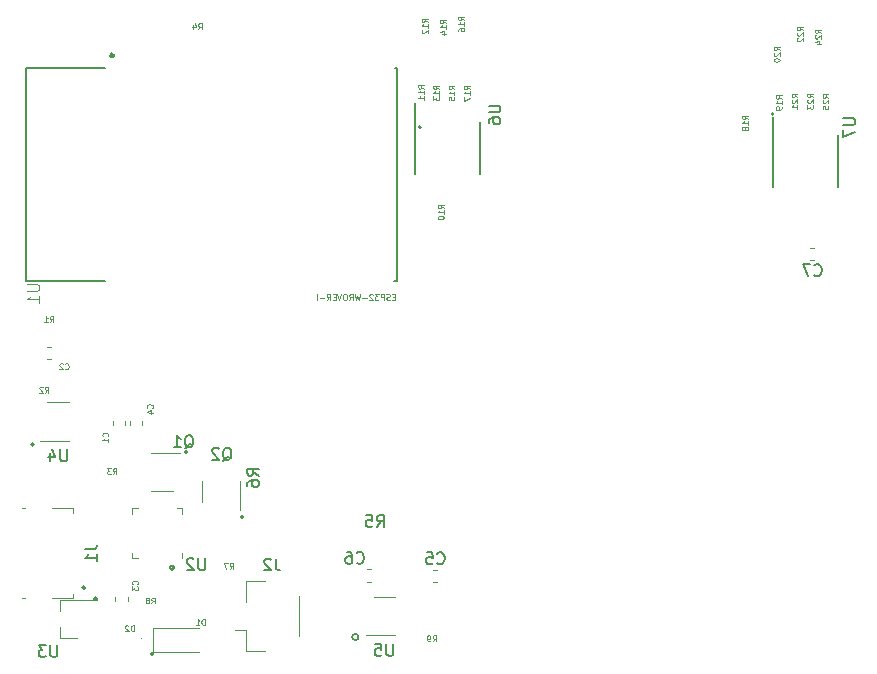
<source format=gbr>
G04 #@! TF.GenerationSoftware,KiCad,Pcbnew,(5.0.1)-4*
G04 #@! TF.CreationDate,2019-01-18T18:09:54-05:00*
G04 #@! TF.ProjectId,GSRT Badge,475352542042616467652E6B69636164,rev?*
G04 #@! TF.SameCoordinates,Original*
G04 #@! TF.FileFunction,Legend,Bot*
G04 #@! TF.FilePolarity,Positive*
%FSLAX46Y46*%
G04 Gerber Fmt 4.6, Leading zero omitted, Abs format (unit mm)*
G04 Created by KiCad (PCBNEW (5.0.1)-4) date 1/18/2019 6:09:54 PM*
%MOMM*%
%LPD*%
G01*
G04 APERTURE LIST*
%ADD10C,0.200000*%
%ADD11C,0.120000*%
%ADD12C,0.100000*%
%ADD13C,0.150000*%
%ADD14C,0.304800*%
%ADD15C,0.127000*%
%ADD16C,0.125000*%
%ADD17C,0.050000*%
G04 APERTURE END LIST*
D10*
X104385089Y-123074600D02*
G75*
G03X104385089Y-123074600I-98489J0D01*
G01*
X74531739Y-124199600D02*
G75*
G03X74531739Y-124199600I-90139J0D01*
G01*
X53498287Y-161508440D02*
G75*
G03X53498287Y-161508440I-36367J0D01*
G01*
X51915272Y-168783000D02*
G75*
G03X51915272Y-168783000I-137372J0D01*
G01*
X54775100Y-151714200D02*
G75*
G03X54775100Y-151714200I-127000J0D01*
G01*
X47123731Y-164134800D02*
G75*
G03X47123731Y-164134800I-159131J0D01*
G01*
X46130155Y-163182300D02*
G75*
G03X46130155Y-163182300I-130755J0D01*
G01*
X41799684Y-151066500D02*
G75*
G03X41799684Y-151066500I-143684J0D01*
G01*
X69268208Y-167360600D02*
G75*
G03X69268208Y-167360600I-269108J0D01*
G01*
X59533306Y-157187900D02*
G75*
G03X59533306Y-157187900I-148106J0D01*
G01*
X53652420Y-161493200D02*
G75*
G03X53652420Y-161493200I-190500J0D01*
G01*
D11*
G04 #@! TO.C,J2*
X64214700Y-167286400D02*
X64214700Y-163856400D01*
X59744700Y-162586400D02*
X59744700Y-164386400D01*
X61344700Y-162586400D02*
X59744700Y-162586400D01*
X59744700Y-166756400D02*
X58804700Y-166756400D01*
X59744700Y-168556400D02*
X59744700Y-166756400D01*
X61344700Y-168556400D02*
X59744700Y-168556400D01*
G04 #@! TO.C,C1*
X48496760Y-149393627D02*
X48496760Y-149051093D01*
X49516760Y-149393627D02*
X49516760Y-149051093D01*
G04 #@! TO.C,C2*
X42918533Y-143842200D02*
X43261067Y-143842200D01*
X42918533Y-142822200D02*
X43261067Y-142822200D01*
G04 #@! TO.C,C3*
X49699640Y-163981213D02*
X49699640Y-164323747D01*
X48679640Y-163981213D02*
X48679640Y-164323747D01*
G04 #@! TO.C,C4*
X50929000Y-149397567D02*
X50929000Y-149055033D01*
X49909000Y-149397567D02*
X49909000Y-149055033D01*
G04 #@! TO.C,C5*
X75928067Y-162689000D02*
X75585533Y-162689000D01*
X75928067Y-161669000D02*
X75585533Y-161669000D01*
G04 #@! TO.C,C6*
X70313367Y-161642300D02*
X69970833Y-161642300D01*
X70313367Y-162662300D02*
X69970833Y-162662300D01*
D12*
G04 #@! TO.C,D2*
X50949400Y-167462200D02*
G75*
G03X50949400Y-167462200I-50000J0D01*
G01*
D11*
G04 #@! TO.C,C7*
X107520333Y-135434600D02*
X107862867Y-135434600D01*
X107520333Y-134414600D02*
X107862867Y-134414600D01*
D13*
G04 #@! TO.C,U7*
X104341600Y-123299600D02*
X104341600Y-129274600D01*
X109866600Y-124874600D02*
X109866600Y-129274600D01*
G04 #@! TO.C,U6*
X79566600Y-123749600D02*
X79566600Y-128149600D01*
X74041600Y-122174600D02*
X74041600Y-128149600D01*
D14*
G04 #@! TO.C,U1*
X48493500Y-118119200D02*
G75*
G03X48493500Y-118119200I-111800J0D01*
G01*
D15*
X72331700Y-119219200D02*
X72481700Y-119219200D01*
X72481700Y-137219200D02*
X72281700Y-137219200D01*
X72481700Y-119219200D02*
X72481700Y-137219200D01*
X41081700Y-137219200D02*
X47831700Y-137219200D01*
X41081700Y-119219200D02*
X41081700Y-137219200D01*
X47831700Y-119219200D02*
X41081700Y-119219200D01*
D11*
G04 #@! TO.C,D1*
X51825600Y-168627300D02*
X55725600Y-168627300D01*
X51825600Y-166627300D02*
X55725600Y-166627300D01*
X51825600Y-168627300D02*
X51825600Y-166627300D01*
G04 #@! TO.C,J1*
X40732400Y-164071300D02*
X40992400Y-164071300D01*
X43272400Y-164071300D02*
X45042400Y-164071300D01*
X45042400Y-164071300D02*
X45042400Y-163691300D01*
X45042400Y-156451300D02*
X43272400Y-156451300D01*
X40992400Y-156451300D02*
X40732400Y-156451300D01*
X45042400Y-156451300D02*
X45042400Y-156831300D01*
G04 #@! TO.C,U2*
X54332400Y-160219900D02*
X54332400Y-160694900D01*
X50112400Y-156474900D02*
X50587400Y-156474900D01*
X50112400Y-156949900D02*
X50112400Y-156474900D01*
X50112400Y-160694900D02*
X50587400Y-160694900D01*
X50112400Y-160219900D02*
X50112400Y-160694900D01*
X54332400Y-156474900D02*
X53857400Y-156474900D01*
X54332400Y-156949900D02*
X54332400Y-156474900D01*
G04 #@! TO.C,Q1*
X51728800Y-151767900D02*
X54178800Y-151767900D01*
X53528800Y-154987900D02*
X51728800Y-154987900D01*
G04 #@! TO.C,Q2*
X59242600Y-154116200D02*
X59242600Y-156566200D01*
X56022600Y-155916200D02*
X56022600Y-154116200D01*
G04 #@! TO.C,U4*
X44723900Y-150723200D02*
X42273900Y-150723200D01*
X42923900Y-147503200D02*
X44723900Y-147503200D01*
G04 #@! TO.C,U5*
X72328600Y-167207800D02*
X69878600Y-167207800D01*
X70528600Y-163987800D02*
X72328600Y-163987800D01*
G04 #@! TO.C,U3*
X43968000Y-167426800D02*
X45428000Y-167426800D01*
X43968000Y-164266800D02*
X47128000Y-164266800D01*
X43968000Y-164266800D02*
X43968000Y-165196800D01*
X43968000Y-167426800D02*
X43968000Y-166496800D01*
G04 #@! TO.C,J2*
D13*
X62258533Y-160716980D02*
X62258533Y-161431266D01*
X62306152Y-161574123D01*
X62401390Y-161669361D01*
X62544247Y-161716980D01*
X62639485Y-161716980D01*
X61829961Y-160812219D02*
X61782342Y-160764600D01*
X61687104Y-160716980D01*
X61449009Y-160716980D01*
X61353771Y-160764600D01*
X61306152Y-160812219D01*
X61258533Y-160907457D01*
X61258533Y-161002695D01*
X61306152Y-161145552D01*
X61877580Y-161716980D01*
X61258533Y-161716980D01*
G04 #@! TO.C,R21*
D16*
X106422790Y-121673171D02*
X106184695Y-121506504D01*
X106422790Y-121387457D02*
X105922790Y-121387457D01*
X105922790Y-121577933D01*
X105946600Y-121625552D01*
X105970409Y-121649361D01*
X106018028Y-121673171D01*
X106089457Y-121673171D01*
X106137076Y-121649361D01*
X106160885Y-121625552D01*
X106184695Y-121577933D01*
X106184695Y-121387457D01*
X105970409Y-121863647D02*
X105946600Y-121887457D01*
X105922790Y-121935076D01*
X105922790Y-122054123D01*
X105946600Y-122101742D01*
X105970409Y-122125552D01*
X106018028Y-122149361D01*
X106065647Y-122149361D01*
X106137076Y-122125552D01*
X106422790Y-121839838D01*
X106422790Y-122149361D01*
X106422790Y-122625552D02*
X106422790Y-122339838D01*
X106422790Y-122482695D02*
X105922790Y-122482695D01*
X105994219Y-122435076D01*
X106041838Y-122387457D01*
X106065647Y-122339838D01*
G04 #@! TO.C,C1*
X48015171Y-150371266D02*
X48038980Y-150347457D01*
X48062790Y-150276028D01*
X48062790Y-150228409D01*
X48038980Y-150156980D01*
X47991361Y-150109361D01*
X47943742Y-150085552D01*
X47848504Y-150061742D01*
X47777076Y-150061742D01*
X47681838Y-150085552D01*
X47634219Y-150109361D01*
X47586600Y-150156980D01*
X47562790Y-150228409D01*
X47562790Y-150276028D01*
X47586600Y-150347457D01*
X47610409Y-150371266D01*
X48062790Y-150847457D02*
X48062790Y-150561742D01*
X48062790Y-150704600D02*
X47562790Y-150704600D01*
X47634219Y-150656980D01*
X47681838Y-150609361D01*
X47705647Y-150561742D01*
G04 #@! TO.C,C2*
X44409933Y-144653171D02*
X44433742Y-144676980D01*
X44505171Y-144700790D01*
X44552790Y-144700790D01*
X44624219Y-144676980D01*
X44671838Y-144629361D01*
X44695647Y-144581742D01*
X44719457Y-144486504D01*
X44719457Y-144415076D01*
X44695647Y-144319838D01*
X44671838Y-144272219D01*
X44624219Y-144224600D01*
X44552790Y-144200790D01*
X44505171Y-144200790D01*
X44433742Y-144224600D01*
X44409933Y-144248409D01*
X44219457Y-144248409D02*
X44195647Y-144224600D01*
X44148028Y-144200790D01*
X44028980Y-144200790D01*
X43981361Y-144224600D01*
X43957552Y-144248409D01*
X43933742Y-144296028D01*
X43933742Y-144343647D01*
X43957552Y-144415076D01*
X44243266Y-144700790D01*
X43933742Y-144700790D01*
G04 #@! TO.C,C3*
X50535171Y-162911266D02*
X50558980Y-162887457D01*
X50582790Y-162816028D01*
X50582790Y-162768409D01*
X50558980Y-162696980D01*
X50511361Y-162649361D01*
X50463742Y-162625552D01*
X50368504Y-162601742D01*
X50297076Y-162601742D01*
X50201838Y-162625552D01*
X50154219Y-162649361D01*
X50106600Y-162696980D01*
X50082790Y-162768409D01*
X50082790Y-162816028D01*
X50106600Y-162887457D01*
X50130409Y-162911266D01*
X50082790Y-163077933D02*
X50082790Y-163387457D01*
X50273266Y-163220790D01*
X50273266Y-163292219D01*
X50297076Y-163339838D01*
X50320885Y-163363647D01*
X50368504Y-163387457D01*
X50487552Y-163387457D01*
X50535171Y-163363647D01*
X50558980Y-163339838D01*
X50582790Y-163292219D01*
X50582790Y-163149361D01*
X50558980Y-163101742D01*
X50535171Y-163077933D01*
G04 #@! TO.C,C4*
X51795171Y-147961266D02*
X51818980Y-147937457D01*
X51842790Y-147866028D01*
X51842790Y-147818409D01*
X51818980Y-147746980D01*
X51771361Y-147699361D01*
X51723742Y-147675552D01*
X51628504Y-147651742D01*
X51557076Y-147651742D01*
X51461838Y-147675552D01*
X51414219Y-147699361D01*
X51366600Y-147746980D01*
X51342790Y-147818409D01*
X51342790Y-147866028D01*
X51366600Y-147937457D01*
X51390409Y-147961266D01*
X51509457Y-148389838D02*
X51842790Y-148389838D01*
X51318980Y-148270790D02*
X51676123Y-148151742D01*
X51676123Y-148461266D01*
G04 #@! TO.C,C5*
D13*
X75923466Y-161106142D02*
X75971085Y-161153761D01*
X76113942Y-161201380D01*
X76209180Y-161201380D01*
X76352038Y-161153761D01*
X76447276Y-161058523D01*
X76494895Y-160963285D01*
X76542514Y-160772809D01*
X76542514Y-160629952D01*
X76494895Y-160439476D01*
X76447276Y-160344238D01*
X76352038Y-160249000D01*
X76209180Y-160201380D01*
X76113942Y-160201380D01*
X75971085Y-160249000D01*
X75923466Y-160296619D01*
X75018704Y-160201380D02*
X75494895Y-160201380D01*
X75542514Y-160677571D01*
X75494895Y-160629952D01*
X75399657Y-160582333D01*
X75161561Y-160582333D01*
X75066323Y-160629952D01*
X75018704Y-160677571D01*
X74971085Y-160772809D01*
X74971085Y-161010904D01*
X75018704Y-161106142D01*
X75066323Y-161153761D01*
X75161561Y-161201380D01*
X75399657Y-161201380D01*
X75494895Y-161153761D01*
X75542514Y-161106142D01*
G04 #@! TO.C,C6*
X69103266Y-161061742D02*
X69150885Y-161109361D01*
X69293742Y-161156980D01*
X69388980Y-161156980D01*
X69531838Y-161109361D01*
X69627076Y-161014123D01*
X69674695Y-160918885D01*
X69722314Y-160728409D01*
X69722314Y-160585552D01*
X69674695Y-160395076D01*
X69627076Y-160299838D01*
X69531838Y-160204600D01*
X69388980Y-160156980D01*
X69293742Y-160156980D01*
X69150885Y-160204600D01*
X69103266Y-160252219D01*
X68246123Y-160156980D02*
X68436600Y-160156980D01*
X68531838Y-160204600D01*
X68579457Y-160252219D01*
X68674695Y-160395076D01*
X68722314Y-160585552D01*
X68722314Y-160966504D01*
X68674695Y-161061742D01*
X68627076Y-161109361D01*
X68531838Y-161156980D01*
X68341361Y-161156980D01*
X68246123Y-161109361D01*
X68198504Y-161061742D01*
X68150885Y-160966504D01*
X68150885Y-160728409D01*
X68198504Y-160633171D01*
X68246123Y-160585552D01*
X68341361Y-160537933D01*
X68531838Y-160537933D01*
X68627076Y-160585552D01*
X68674695Y-160633171D01*
X68722314Y-160728409D01*
G04 #@! TO.C,D2*
D16*
X50245647Y-166870790D02*
X50245647Y-166370790D01*
X50126600Y-166370790D01*
X50055171Y-166394600D01*
X50007552Y-166442219D01*
X49983742Y-166489838D01*
X49959933Y-166585076D01*
X49959933Y-166656504D01*
X49983742Y-166751742D01*
X50007552Y-166799361D01*
X50055171Y-166846980D01*
X50126600Y-166870790D01*
X50245647Y-166870790D01*
X49769457Y-166418409D02*
X49745647Y-166394600D01*
X49698028Y-166370790D01*
X49578980Y-166370790D01*
X49531361Y-166394600D01*
X49507552Y-166418409D01*
X49483742Y-166466028D01*
X49483742Y-166513647D01*
X49507552Y-166585076D01*
X49793266Y-166870790D01*
X49483742Y-166870790D01*
G04 #@! TO.C,R15*
X77382790Y-120983171D02*
X77144695Y-120816504D01*
X77382790Y-120697457D02*
X76882790Y-120697457D01*
X76882790Y-120887933D01*
X76906600Y-120935552D01*
X76930409Y-120959361D01*
X76978028Y-120983171D01*
X77049457Y-120983171D01*
X77097076Y-120959361D01*
X77120885Y-120935552D01*
X77144695Y-120887933D01*
X77144695Y-120697457D01*
X77382790Y-121459361D02*
X77382790Y-121173647D01*
X77382790Y-121316504D02*
X76882790Y-121316504D01*
X76954219Y-121268885D01*
X77001838Y-121221266D01*
X77025647Y-121173647D01*
X76882790Y-121911742D02*
X76882790Y-121673647D01*
X77120885Y-121649838D01*
X77097076Y-121673647D01*
X77073266Y-121721266D01*
X77073266Y-121840314D01*
X77097076Y-121887933D01*
X77120885Y-121911742D01*
X77168504Y-121935552D01*
X77287552Y-121935552D01*
X77335171Y-121911742D01*
X77358980Y-121887933D01*
X77382790Y-121840314D01*
X77382790Y-121721266D01*
X77358980Y-121673647D01*
X77335171Y-121649838D01*
G04 #@! TO.C,R17*
X78692790Y-120973171D02*
X78454695Y-120806504D01*
X78692790Y-120687457D02*
X78192790Y-120687457D01*
X78192790Y-120877933D01*
X78216600Y-120925552D01*
X78240409Y-120949361D01*
X78288028Y-120973171D01*
X78359457Y-120973171D01*
X78407076Y-120949361D01*
X78430885Y-120925552D01*
X78454695Y-120877933D01*
X78454695Y-120687457D01*
X78692790Y-121449361D02*
X78692790Y-121163647D01*
X78692790Y-121306504D02*
X78192790Y-121306504D01*
X78264219Y-121258885D01*
X78311838Y-121211266D01*
X78335647Y-121163647D01*
X78192790Y-121616028D02*
X78192790Y-121949361D01*
X78692790Y-121735076D01*
G04 #@! TO.C,R18*
X102242790Y-123493171D02*
X102004695Y-123326504D01*
X102242790Y-123207457D02*
X101742790Y-123207457D01*
X101742790Y-123397933D01*
X101766600Y-123445552D01*
X101790409Y-123469361D01*
X101838028Y-123493171D01*
X101909457Y-123493171D01*
X101957076Y-123469361D01*
X101980885Y-123445552D01*
X102004695Y-123397933D01*
X102004695Y-123207457D01*
X102242790Y-123969361D02*
X102242790Y-123683647D01*
X102242790Y-123826504D02*
X101742790Y-123826504D01*
X101814219Y-123778885D01*
X101861838Y-123731266D01*
X101885647Y-123683647D01*
X101957076Y-124255076D02*
X101933266Y-124207457D01*
X101909457Y-124183647D01*
X101861838Y-124159838D01*
X101838028Y-124159838D01*
X101790409Y-124183647D01*
X101766600Y-124207457D01*
X101742790Y-124255076D01*
X101742790Y-124350314D01*
X101766600Y-124397933D01*
X101790409Y-124421742D01*
X101838028Y-124445552D01*
X101861838Y-124445552D01*
X101909457Y-124421742D01*
X101933266Y-124397933D01*
X101957076Y-124350314D01*
X101957076Y-124255076D01*
X101980885Y-124207457D01*
X102004695Y-124183647D01*
X102052314Y-124159838D01*
X102147552Y-124159838D01*
X102195171Y-124183647D01*
X102218980Y-124207457D01*
X102242790Y-124255076D01*
X102242790Y-124350314D01*
X102218980Y-124397933D01*
X102195171Y-124421742D01*
X102147552Y-124445552D01*
X102052314Y-124445552D01*
X102004695Y-124421742D01*
X101980885Y-124397933D01*
X101957076Y-124350314D01*
G04 #@! TO.C,R19*
X105082790Y-121773171D02*
X104844695Y-121606504D01*
X105082790Y-121487457D02*
X104582790Y-121487457D01*
X104582790Y-121677933D01*
X104606600Y-121725552D01*
X104630409Y-121749361D01*
X104678028Y-121773171D01*
X104749457Y-121773171D01*
X104797076Y-121749361D01*
X104820885Y-121725552D01*
X104844695Y-121677933D01*
X104844695Y-121487457D01*
X105082790Y-122249361D02*
X105082790Y-121963647D01*
X105082790Y-122106504D02*
X104582790Y-122106504D01*
X104654219Y-122058885D01*
X104701838Y-122011266D01*
X104725647Y-121963647D01*
X105082790Y-122487457D02*
X105082790Y-122582695D01*
X105058980Y-122630314D01*
X105035171Y-122654123D01*
X104963742Y-122701742D01*
X104868504Y-122725552D01*
X104678028Y-122725552D01*
X104630409Y-122701742D01*
X104606600Y-122677933D01*
X104582790Y-122630314D01*
X104582790Y-122535076D01*
X104606600Y-122487457D01*
X104630409Y-122463647D01*
X104678028Y-122439838D01*
X104797076Y-122439838D01*
X104844695Y-122463647D01*
X104868504Y-122487457D01*
X104892314Y-122535076D01*
X104892314Y-122630314D01*
X104868504Y-122677933D01*
X104844695Y-122701742D01*
X104797076Y-122725552D01*
G04 #@! TO.C,R20*
X104902790Y-117693171D02*
X104664695Y-117526504D01*
X104902790Y-117407457D02*
X104402790Y-117407457D01*
X104402790Y-117597933D01*
X104426600Y-117645552D01*
X104450409Y-117669361D01*
X104498028Y-117693171D01*
X104569457Y-117693171D01*
X104617076Y-117669361D01*
X104640885Y-117645552D01*
X104664695Y-117597933D01*
X104664695Y-117407457D01*
X104450409Y-117883647D02*
X104426600Y-117907457D01*
X104402790Y-117955076D01*
X104402790Y-118074123D01*
X104426600Y-118121742D01*
X104450409Y-118145552D01*
X104498028Y-118169361D01*
X104545647Y-118169361D01*
X104617076Y-118145552D01*
X104902790Y-117859838D01*
X104902790Y-118169361D01*
X104402790Y-118478885D02*
X104402790Y-118526504D01*
X104426600Y-118574123D01*
X104450409Y-118597933D01*
X104498028Y-118621742D01*
X104593266Y-118645552D01*
X104712314Y-118645552D01*
X104807552Y-118621742D01*
X104855171Y-118597933D01*
X104878980Y-118574123D01*
X104902790Y-118526504D01*
X104902790Y-118478885D01*
X104878980Y-118431266D01*
X104855171Y-118407457D01*
X104807552Y-118383647D01*
X104712314Y-118359838D01*
X104593266Y-118359838D01*
X104498028Y-118383647D01*
X104450409Y-118407457D01*
X104426600Y-118431266D01*
X104402790Y-118478885D01*
G04 #@! TO.C,R22*
X106892790Y-115973171D02*
X106654695Y-115806504D01*
X106892790Y-115687457D02*
X106392790Y-115687457D01*
X106392790Y-115877933D01*
X106416600Y-115925552D01*
X106440409Y-115949361D01*
X106488028Y-115973171D01*
X106559457Y-115973171D01*
X106607076Y-115949361D01*
X106630885Y-115925552D01*
X106654695Y-115877933D01*
X106654695Y-115687457D01*
X106440409Y-116163647D02*
X106416600Y-116187457D01*
X106392790Y-116235076D01*
X106392790Y-116354123D01*
X106416600Y-116401742D01*
X106440409Y-116425552D01*
X106488028Y-116449361D01*
X106535647Y-116449361D01*
X106607076Y-116425552D01*
X106892790Y-116139838D01*
X106892790Y-116449361D01*
X106440409Y-116639838D02*
X106416600Y-116663647D01*
X106392790Y-116711266D01*
X106392790Y-116830314D01*
X106416600Y-116877933D01*
X106440409Y-116901742D01*
X106488028Y-116925552D01*
X106535647Y-116925552D01*
X106607076Y-116901742D01*
X106892790Y-116616028D01*
X106892790Y-116925552D01*
G04 #@! TO.C,R13*
X76092790Y-120953171D02*
X75854695Y-120786504D01*
X76092790Y-120667457D02*
X75592790Y-120667457D01*
X75592790Y-120857933D01*
X75616600Y-120905552D01*
X75640409Y-120929361D01*
X75688028Y-120953171D01*
X75759457Y-120953171D01*
X75807076Y-120929361D01*
X75830885Y-120905552D01*
X75854695Y-120857933D01*
X75854695Y-120667457D01*
X76092790Y-121429361D02*
X76092790Y-121143647D01*
X76092790Y-121286504D02*
X75592790Y-121286504D01*
X75664219Y-121238885D01*
X75711838Y-121191266D01*
X75735647Y-121143647D01*
X75592790Y-121596028D02*
X75592790Y-121905552D01*
X75783266Y-121738885D01*
X75783266Y-121810314D01*
X75807076Y-121857933D01*
X75830885Y-121881742D01*
X75878504Y-121905552D01*
X75997552Y-121905552D01*
X76045171Y-121881742D01*
X76068980Y-121857933D01*
X76092790Y-121810314D01*
X76092790Y-121667457D01*
X76068980Y-121619838D01*
X76045171Y-121596028D01*
G04 #@! TO.C,R24*
X108402790Y-116213171D02*
X108164695Y-116046504D01*
X108402790Y-115927457D02*
X107902790Y-115927457D01*
X107902790Y-116117933D01*
X107926600Y-116165552D01*
X107950409Y-116189361D01*
X107998028Y-116213171D01*
X108069457Y-116213171D01*
X108117076Y-116189361D01*
X108140885Y-116165552D01*
X108164695Y-116117933D01*
X108164695Y-115927457D01*
X107950409Y-116403647D02*
X107926600Y-116427457D01*
X107902790Y-116475076D01*
X107902790Y-116594123D01*
X107926600Y-116641742D01*
X107950409Y-116665552D01*
X107998028Y-116689361D01*
X108045647Y-116689361D01*
X108117076Y-116665552D01*
X108402790Y-116379838D01*
X108402790Y-116689361D01*
X108069457Y-117117933D02*
X108402790Y-117117933D01*
X107878980Y-116998885D02*
X108236123Y-116879838D01*
X108236123Y-117189361D01*
G04 #@! TO.C,R25*
X109042790Y-121713171D02*
X108804695Y-121546504D01*
X109042790Y-121427457D02*
X108542790Y-121427457D01*
X108542790Y-121617933D01*
X108566600Y-121665552D01*
X108590409Y-121689361D01*
X108638028Y-121713171D01*
X108709457Y-121713171D01*
X108757076Y-121689361D01*
X108780885Y-121665552D01*
X108804695Y-121617933D01*
X108804695Y-121427457D01*
X108590409Y-121903647D02*
X108566600Y-121927457D01*
X108542790Y-121975076D01*
X108542790Y-122094123D01*
X108566600Y-122141742D01*
X108590409Y-122165552D01*
X108638028Y-122189361D01*
X108685647Y-122189361D01*
X108757076Y-122165552D01*
X109042790Y-121879838D01*
X109042790Y-122189361D01*
X108542790Y-122641742D02*
X108542790Y-122403647D01*
X108780885Y-122379838D01*
X108757076Y-122403647D01*
X108733266Y-122451266D01*
X108733266Y-122570314D01*
X108757076Y-122617933D01*
X108780885Y-122641742D01*
X108828504Y-122665552D01*
X108947552Y-122665552D01*
X108995171Y-122641742D01*
X109018980Y-122617933D01*
X109042790Y-122570314D01*
X109042790Y-122451266D01*
X109018980Y-122403647D01*
X108995171Y-122379838D01*
G04 #@! TO.C,R14*
X76672790Y-115383171D02*
X76434695Y-115216504D01*
X76672790Y-115097457D02*
X76172790Y-115097457D01*
X76172790Y-115287933D01*
X76196600Y-115335552D01*
X76220409Y-115359361D01*
X76268028Y-115383171D01*
X76339457Y-115383171D01*
X76387076Y-115359361D01*
X76410885Y-115335552D01*
X76434695Y-115287933D01*
X76434695Y-115097457D01*
X76672790Y-115859361D02*
X76672790Y-115573647D01*
X76672790Y-115716504D02*
X76172790Y-115716504D01*
X76244219Y-115668885D01*
X76291838Y-115621266D01*
X76315647Y-115573647D01*
X76339457Y-116287933D02*
X76672790Y-116287933D01*
X76148980Y-116168885D02*
X76506123Y-116049838D01*
X76506123Y-116359361D01*
G04 #@! TO.C,R23*
X107762790Y-121663171D02*
X107524695Y-121496504D01*
X107762790Y-121377457D02*
X107262790Y-121377457D01*
X107262790Y-121567933D01*
X107286600Y-121615552D01*
X107310409Y-121639361D01*
X107358028Y-121663171D01*
X107429457Y-121663171D01*
X107477076Y-121639361D01*
X107500885Y-121615552D01*
X107524695Y-121567933D01*
X107524695Y-121377457D01*
X107310409Y-121853647D02*
X107286600Y-121877457D01*
X107262790Y-121925076D01*
X107262790Y-122044123D01*
X107286600Y-122091742D01*
X107310409Y-122115552D01*
X107358028Y-122139361D01*
X107405647Y-122139361D01*
X107477076Y-122115552D01*
X107762790Y-121829838D01*
X107762790Y-122139361D01*
X107262790Y-122306028D02*
X107262790Y-122615552D01*
X107453266Y-122448885D01*
X107453266Y-122520314D01*
X107477076Y-122567933D01*
X107500885Y-122591742D01*
X107548504Y-122615552D01*
X107667552Y-122615552D01*
X107715171Y-122591742D01*
X107738980Y-122567933D01*
X107762790Y-122520314D01*
X107762790Y-122377457D01*
X107738980Y-122329838D01*
X107715171Y-122306028D01*
G04 #@! TO.C,R4*
X55683333Y-115916190D02*
X55850000Y-115678095D01*
X55969047Y-115916190D02*
X55969047Y-115416190D01*
X55778571Y-115416190D01*
X55730952Y-115440000D01*
X55707142Y-115463809D01*
X55683333Y-115511428D01*
X55683333Y-115582857D01*
X55707142Y-115630476D01*
X55730952Y-115654285D01*
X55778571Y-115678095D01*
X55969047Y-115678095D01*
X55254761Y-115582857D02*
X55254761Y-115916190D01*
X55373809Y-115392380D02*
X55492857Y-115749523D01*
X55183333Y-115749523D01*
G04 #@! TO.C,R3*
X48479933Y-153580790D02*
X48646600Y-153342695D01*
X48765647Y-153580790D02*
X48765647Y-153080790D01*
X48575171Y-153080790D01*
X48527552Y-153104600D01*
X48503742Y-153128409D01*
X48479933Y-153176028D01*
X48479933Y-153247457D01*
X48503742Y-153295076D01*
X48527552Y-153318885D01*
X48575171Y-153342695D01*
X48765647Y-153342695D01*
X48313266Y-153080790D02*
X48003742Y-153080790D01*
X48170409Y-153271266D01*
X48098980Y-153271266D01*
X48051361Y-153295076D01*
X48027552Y-153318885D01*
X48003742Y-153366504D01*
X48003742Y-153485552D01*
X48027552Y-153533171D01*
X48051361Y-153556980D01*
X48098980Y-153580790D01*
X48241838Y-153580790D01*
X48289457Y-153556980D01*
X48313266Y-153533171D01*
G04 #@! TO.C,R1*
X43119933Y-140710790D02*
X43286600Y-140472695D01*
X43405647Y-140710790D02*
X43405647Y-140210790D01*
X43215171Y-140210790D01*
X43167552Y-140234600D01*
X43143742Y-140258409D01*
X43119933Y-140306028D01*
X43119933Y-140377457D01*
X43143742Y-140425076D01*
X43167552Y-140448885D01*
X43215171Y-140472695D01*
X43405647Y-140472695D01*
X42643742Y-140710790D02*
X42929457Y-140710790D01*
X42786600Y-140710790D02*
X42786600Y-140210790D01*
X42834219Y-140282219D01*
X42881838Y-140329838D01*
X42929457Y-140353647D01*
G04 #@! TO.C,R12*
X75102790Y-115293171D02*
X74864695Y-115126504D01*
X75102790Y-115007457D02*
X74602790Y-115007457D01*
X74602790Y-115197933D01*
X74626600Y-115245552D01*
X74650409Y-115269361D01*
X74698028Y-115293171D01*
X74769457Y-115293171D01*
X74817076Y-115269361D01*
X74840885Y-115245552D01*
X74864695Y-115197933D01*
X74864695Y-115007457D01*
X75102790Y-115769361D02*
X75102790Y-115483647D01*
X75102790Y-115626504D02*
X74602790Y-115626504D01*
X74674219Y-115578885D01*
X74721838Y-115531266D01*
X74745647Y-115483647D01*
X74650409Y-115959838D02*
X74626600Y-115983647D01*
X74602790Y-116031266D01*
X74602790Y-116150314D01*
X74626600Y-116197933D01*
X74650409Y-116221742D01*
X74698028Y-116245552D01*
X74745647Y-116245552D01*
X74817076Y-116221742D01*
X75102790Y-115936028D01*
X75102790Y-116245552D01*
G04 #@! TO.C,R5*
D13*
X70813266Y-158036980D02*
X71146600Y-157560790D01*
X71384695Y-158036980D02*
X71384695Y-157036980D01*
X71003742Y-157036980D01*
X70908504Y-157084600D01*
X70860885Y-157132219D01*
X70813266Y-157227457D01*
X70813266Y-157370314D01*
X70860885Y-157465552D01*
X70908504Y-157513171D01*
X71003742Y-157560790D01*
X71384695Y-157560790D01*
X69908504Y-157036980D02*
X70384695Y-157036980D01*
X70432314Y-157513171D01*
X70384695Y-157465552D01*
X70289457Y-157417933D01*
X70051361Y-157417933D01*
X69956123Y-157465552D01*
X69908504Y-157513171D01*
X69860885Y-157608409D01*
X69860885Y-157846504D01*
X69908504Y-157941742D01*
X69956123Y-157989361D01*
X70051361Y-158036980D01*
X70289457Y-158036980D01*
X70384695Y-157989361D01*
X70432314Y-157941742D01*
G04 #@! TO.C,R6*
X60826580Y-153692533D02*
X60350390Y-153359200D01*
X60826580Y-153121104D02*
X59826580Y-153121104D01*
X59826580Y-153502057D01*
X59874200Y-153597295D01*
X59921819Y-153644914D01*
X60017057Y-153692533D01*
X60159914Y-153692533D01*
X60255152Y-153644914D01*
X60302771Y-153597295D01*
X60350390Y-153502057D01*
X60350390Y-153121104D01*
X59826580Y-154549676D02*
X59826580Y-154359200D01*
X59874200Y-154263961D01*
X59921819Y-154216342D01*
X60064676Y-154121104D01*
X60255152Y-154073485D01*
X60636104Y-154073485D01*
X60731342Y-154121104D01*
X60778961Y-154168723D01*
X60826580Y-154263961D01*
X60826580Y-154454438D01*
X60778961Y-154549676D01*
X60731342Y-154597295D01*
X60636104Y-154644914D01*
X60398009Y-154644914D01*
X60302771Y-154597295D01*
X60255152Y-154549676D01*
X60207533Y-154454438D01*
X60207533Y-154263961D01*
X60255152Y-154168723D01*
X60302771Y-154121104D01*
X60398009Y-154073485D01*
G04 #@! TO.C,R7*
D16*
X58362433Y-161590090D02*
X58529100Y-161351995D01*
X58648147Y-161590090D02*
X58648147Y-161090090D01*
X58457671Y-161090090D01*
X58410052Y-161113900D01*
X58386242Y-161137709D01*
X58362433Y-161185328D01*
X58362433Y-161256757D01*
X58386242Y-161304376D01*
X58410052Y-161328185D01*
X58457671Y-161351995D01*
X58648147Y-161351995D01*
X58195766Y-161090090D02*
X57862433Y-161090090D01*
X58076719Y-161590090D01*
G04 #@! TO.C,R8*
X51729933Y-164520790D02*
X51896600Y-164282695D01*
X52015647Y-164520790D02*
X52015647Y-164020790D01*
X51825171Y-164020790D01*
X51777552Y-164044600D01*
X51753742Y-164068409D01*
X51729933Y-164116028D01*
X51729933Y-164187457D01*
X51753742Y-164235076D01*
X51777552Y-164258885D01*
X51825171Y-164282695D01*
X52015647Y-164282695D01*
X51444219Y-164235076D02*
X51491838Y-164211266D01*
X51515647Y-164187457D01*
X51539457Y-164139838D01*
X51539457Y-164116028D01*
X51515647Y-164068409D01*
X51491838Y-164044600D01*
X51444219Y-164020790D01*
X51348980Y-164020790D01*
X51301361Y-164044600D01*
X51277552Y-164068409D01*
X51253742Y-164116028D01*
X51253742Y-164139838D01*
X51277552Y-164187457D01*
X51301361Y-164211266D01*
X51348980Y-164235076D01*
X51444219Y-164235076D01*
X51491838Y-164258885D01*
X51515647Y-164282695D01*
X51539457Y-164330314D01*
X51539457Y-164425552D01*
X51515647Y-164473171D01*
X51491838Y-164496980D01*
X51444219Y-164520790D01*
X51348980Y-164520790D01*
X51301361Y-164496980D01*
X51277552Y-164473171D01*
X51253742Y-164425552D01*
X51253742Y-164330314D01*
X51277552Y-164282695D01*
X51301361Y-164258885D01*
X51348980Y-164235076D01*
G04 #@! TO.C,R9*
X75534333Y-167731290D02*
X75701000Y-167493195D01*
X75820047Y-167731290D02*
X75820047Y-167231290D01*
X75629571Y-167231290D01*
X75581952Y-167255100D01*
X75558142Y-167278909D01*
X75534333Y-167326528D01*
X75534333Y-167397957D01*
X75558142Y-167445576D01*
X75581952Y-167469385D01*
X75629571Y-167493195D01*
X75820047Y-167493195D01*
X75296238Y-167731290D02*
X75201000Y-167731290D01*
X75153380Y-167707480D01*
X75129571Y-167683671D01*
X75081952Y-167612242D01*
X75058142Y-167517004D01*
X75058142Y-167326528D01*
X75081952Y-167278909D01*
X75105761Y-167255100D01*
X75153380Y-167231290D01*
X75248619Y-167231290D01*
X75296238Y-167255100D01*
X75320047Y-167278909D01*
X75343857Y-167326528D01*
X75343857Y-167445576D01*
X75320047Y-167493195D01*
X75296238Y-167517004D01*
X75248619Y-167540814D01*
X75153380Y-167540814D01*
X75105761Y-167517004D01*
X75081952Y-167493195D01*
X75058142Y-167445576D01*
G04 #@! TO.C,R10*
X76472790Y-131043171D02*
X76234695Y-130876504D01*
X76472790Y-130757457D02*
X75972790Y-130757457D01*
X75972790Y-130947933D01*
X75996600Y-130995552D01*
X76020409Y-131019361D01*
X76068028Y-131043171D01*
X76139457Y-131043171D01*
X76187076Y-131019361D01*
X76210885Y-130995552D01*
X76234695Y-130947933D01*
X76234695Y-130757457D01*
X76472790Y-131519361D02*
X76472790Y-131233647D01*
X76472790Y-131376504D02*
X75972790Y-131376504D01*
X76044219Y-131328885D01*
X76091838Y-131281266D01*
X76115647Y-131233647D01*
X75972790Y-131828885D02*
X75972790Y-131876504D01*
X75996600Y-131924123D01*
X76020409Y-131947933D01*
X76068028Y-131971742D01*
X76163266Y-131995552D01*
X76282314Y-131995552D01*
X76377552Y-131971742D01*
X76425171Y-131947933D01*
X76448980Y-131924123D01*
X76472790Y-131876504D01*
X76472790Y-131828885D01*
X76448980Y-131781266D01*
X76425171Y-131757457D01*
X76377552Y-131733647D01*
X76282314Y-131709838D01*
X76163266Y-131709838D01*
X76068028Y-131733647D01*
X76020409Y-131757457D01*
X75996600Y-131781266D01*
X75972790Y-131828885D01*
G04 #@! TO.C,R11*
X74822790Y-120923171D02*
X74584695Y-120756504D01*
X74822790Y-120637457D02*
X74322790Y-120637457D01*
X74322790Y-120827933D01*
X74346600Y-120875552D01*
X74370409Y-120899361D01*
X74418028Y-120923171D01*
X74489457Y-120923171D01*
X74537076Y-120899361D01*
X74560885Y-120875552D01*
X74584695Y-120827933D01*
X74584695Y-120637457D01*
X74822790Y-121399361D02*
X74822790Y-121113647D01*
X74822790Y-121256504D02*
X74322790Y-121256504D01*
X74394219Y-121208885D01*
X74441838Y-121161266D01*
X74465647Y-121113647D01*
X74822790Y-121875552D02*
X74822790Y-121589838D01*
X74822790Y-121732695D02*
X74322790Y-121732695D01*
X74394219Y-121685076D01*
X74441838Y-121637457D01*
X74465647Y-121589838D01*
G04 #@! TO.C,R16*
X78202790Y-115133171D02*
X77964695Y-114966504D01*
X78202790Y-114847457D02*
X77702790Y-114847457D01*
X77702790Y-115037933D01*
X77726600Y-115085552D01*
X77750409Y-115109361D01*
X77798028Y-115133171D01*
X77869457Y-115133171D01*
X77917076Y-115109361D01*
X77940885Y-115085552D01*
X77964695Y-115037933D01*
X77964695Y-114847457D01*
X78202790Y-115609361D02*
X78202790Y-115323647D01*
X78202790Y-115466504D02*
X77702790Y-115466504D01*
X77774219Y-115418885D01*
X77821838Y-115371266D01*
X77845647Y-115323647D01*
X77702790Y-116037933D02*
X77702790Y-115942695D01*
X77726600Y-115895076D01*
X77750409Y-115871266D01*
X77821838Y-115823647D01*
X77917076Y-115799838D01*
X78107552Y-115799838D01*
X78155171Y-115823647D01*
X78178980Y-115847457D01*
X78202790Y-115895076D01*
X78202790Y-115990314D01*
X78178980Y-116037933D01*
X78155171Y-116061742D01*
X78107552Y-116085552D01*
X77988504Y-116085552D01*
X77940885Y-116061742D01*
X77917076Y-116037933D01*
X77893266Y-115990314D01*
X77893266Y-115895076D01*
X77917076Y-115847457D01*
X77940885Y-115823647D01*
X77988504Y-115799838D01*
G04 #@! TO.C,R2*
X42719933Y-146670790D02*
X42886600Y-146432695D01*
X43005647Y-146670790D02*
X43005647Y-146170790D01*
X42815171Y-146170790D01*
X42767552Y-146194600D01*
X42743742Y-146218409D01*
X42719933Y-146266028D01*
X42719933Y-146337457D01*
X42743742Y-146385076D01*
X42767552Y-146408885D01*
X42815171Y-146432695D01*
X43005647Y-146432695D01*
X42529457Y-146218409D02*
X42505647Y-146194600D01*
X42458028Y-146170790D01*
X42338980Y-146170790D01*
X42291361Y-146194600D01*
X42267552Y-146218409D01*
X42243742Y-146266028D01*
X42243742Y-146313647D01*
X42267552Y-146385076D01*
X42553266Y-146670790D01*
X42243742Y-146670790D01*
G04 #@! TO.C,C7*
D13*
X107858266Y-136711742D02*
X107905885Y-136759361D01*
X108048742Y-136806980D01*
X108143980Y-136806980D01*
X108286838Y-136759361D01*
X108382076Y-136664123D01*
X108429695Y-136568885D01*
X108477314Y-136378409D01*
X108477314Y-136235552D01*
X108429695Y-136045076D01*
X108382076Y-135949838D01*
X108286838Y-135854600D01*
X108143980Y-135806980D01*
X108048742Y-135806980D01*
X107905885Y-135854600D01*
X107858266Y-135902219D01*
X107524933Y-135806980D02*
X106858266Y-135806980D01*
X107286838Y-136806980D01*
G04 #@! TO.C,U7*
X110318980Y-123442695D02*
X111128504Y-123442695D01*
X111223742Y-123490314D01*
X111271361Y-123537933D01*
X111318980Y-123633171D01*
X111318980Y-123823647D01*
X111271361Y-123918885D01*
X111223742Y-123966504D01*
X111128504Y-124014123D01*
X110318980Y-124014123D01*
X110318980Y-124395076D02*
X110318980Y-125061742D01*
X111318980Y-124633171D01*
G04 #@! TO.C,U6*
X80268980Y-122362695D02*
X81078504Y-122362695D01*
X81173742Y-122410314D01*
X81221361Y-122457933D01*
X81268980Y-122553171D01*
X81268980Y-122743647D01*
X81221361Y-122838885D01*
X81173742Y-122886504D01*
X81078504Y-122934123D01*
X80268980Y-122934123D01*
X80268980Y-123838885D02*
X80268980Y-123648409D01*
X80316600Y-123553171D01*
X80364219Y-123505552D01*
X80507076Y-123410314D01*
X80697552Y-123362695D01*
X81078504Y-123362695D01*
X81173742Y-123410314D01*
X81221361Y-123457933D01*
X81268980Y-123553171D01*
X81268980Y-123743647D01*
X81221361Y-123838885D01*
X81173742Y-123886504D01*
X81078504Y-123934123D01*
X80840409Y-123934123D01*
X80745171Y-123886504D01*
X80697552Y-123838885D01*
X80649933Y-123743647D01*
X80649933Y-123553171D01*
X80697552Y-123457933D01*
X80745171Y-123410314D01*
X80840409Y-123362695D01*
G04 #@! TO.C,U1*
D17*
X41218504Y-137492032D02*
X42028732Y-137492032D01*
X42124053Y-137539692D01*
X42171714Y-137587353D01*
X42219374Y-137682674D01*
X42219374Y-137873316D01*
X42171714Y-137968637D01*
X42124053Y-138016297D01*
X42028732Y-138063958D01*
X41218504Y-138063958D01*
X42219374Y-139064828D02*
X42219374Y-138492902D01*
X42219374Y-138778865D02*
X41218504Y-138778865D01*
X41361485Y-138683544D01*
X41456806Y-138588223D01*
X41504467Y-138492902D01*
X72334219Y-138558885D02*
X72167552Y-138558885D01*
X72096123Y-138820790D02*
X72334219Y-138820790D01*
X72334219Y-138320790D01*
X72096123Y-138320790D01*
X71905647Y-138796980D02*
X71834219Y-138820790D01*
X71715171Y-138820790D01*
X71667552Y-138796980D01*
X71643742Y-138773171D01*
X71619933Y-138725552D01*
X71619933Y-138677933D01*
X71643742Y-138630314D01*
X71667552Y-138606504D01*
X71715171Y-138582695D01*
X71810409Y-138558885D01*
X71858028Y-138535076D01*
X71881838Y-138511266D01*
X71905647Y-138463647D01*
X71905647Y-138416028D01*
X71881838Y-138368409D01*
X71858028Y-138344600D01*
X71810409Y-138320790D01*
X71691361Y-138320790D01*
X71619933Y-138344600D01*
X71405647Y-138820790D02*
X71405647Y-138320790D01*
X71215171Y-138320790D01*
X71167552Y-138344600D01*
X71143742Y-138368409D01*
X71119933Y-138416028D01*
X71119933Y-138487457D01*
X71143742Y-138535076D01*
X71167552Y-138558885D01*
X71215171Y-138582695D01*
X71405647Y-138582695D01*
X70953266Y-138320790D02*
X70643742Y-138320790D01*
X70810409Y-138511266D01*
X70738980Y-138511266D01*
X70691361Y-138535076D01*
X70667552Y-138558885D01*
X70643742Y-138606504D01*
X70643742Y-138725552D01*
X70667552Y-138773171D01*
X70691361Y-138796980D01*
X70738980Y-138820790D01*
X70881838Y-138820790D01*
X70929457Y-138796980D01*
X70953266Y-138773171D01*
X70453266Y-138368409D02*
X70429457Y-138344600D01*
X70381838Y-138320790D01*
X70262790Y-138320790D01*
X70215171Y-138344600D01*
X70191361Y-138368409D01*
X70167552Y-138416028D01*
X70167552Y-138463647D01*
X70191361Y-138535076D01*
X70477076Y-138820790D01*
X70167552Y-138820790D01*
X69953266Y-138630314D02*
X69572314Y-138630314D01*
X69381838Y-138320790D02*
X69262790Y-138820790D01*
X69167552Y-138463647D01*
X69072314Y-138820790D01*
X68953266Y-138320790D01*
X68477076Y-138820790D02*
X68643742Y-138582695D01*
X68762790Y-138820790D02*
X68762790Y-138320790D01*
X68572314Y-138320790D01*
X68524695Y-138344600D01*
X68500885Y-138368409D01*
X68477076Y-138416028D01*
X68477076Y-138487457D01*
X68500885Y-138535076D01*
X68524695Y-138558885D01*
X68572314Y-138582695D01*
X68762790Y-138582695D01*
X68167552Y-138320790D02*
X68072314Y-138320790D01*
X68024695Y-138344600D01*
X67977076Y-138392219D01*
X67953266Y-138487457D01*
X67953266Y-138654123D01*
X67977076Y-138749361D01*
X68024695Y-138796980D01*
X68072314Y-138820790D01*
X68167552Y-138820790D01*
X68215171Y-138796980D01*
X68262790Y-138749361D01*
X68286600Y-138654123D01*
X68286600Y-138487457D01*
X68262790Y-138392219D01*
X68215171Y-138344600D01*
X68167552Y-138320790D01*
X67810409Y-138320790D02*
X67643742Y-138820790D01*
X67477076Y-138320790D01*
X67310409Y-138558885D02*
X67143742Y-138558885D01*
X67072314Y-138820790D02*
X67310409Y-138820790D01*
X67310409Y-138320790D01*
X67072314Y-138320790D01*
X66572314Y-138820790D02*
X66738980Y-138582695D01*
X66858028Y-138820790D02*
X66858028Y-138320790D01*
X66667552Y-138320790D01*
X66619933Y-138344600D01*
X66596123Y-138368409D01*
X66572314Y-138416028D01*
X66572314Y-138487457D01*
X66596123Y-138535076D01*
X66619933Y-138558885D01*
X66667552Y-138582695D01*
X66858028Y-138582695D01*
X66358028Y-138630314D02*
X65977076Y-138630314D01*
X65738980Y-138820790D02*
X65738980Y-138320790D01*
G04 #@! TO.C,D1*
D16*
X56245647Y-166340790D02*
X56245647Y-165840790D01*
X56126600Y-165840790D01*
X56055171Y-165864600D01*
X56007552Y-165912219D01*
X55983742Y-165959838D01*
X55959933Y-166055076D01*
X55959933Y-166126504D01*
X55983742Y-166221742D01*
X56007552Y-166269361D01*
X56055171Y-166316980D01*
X56126600Y-166340790D01*
X56245647Y-166340790D01*
X55483742Y-166340790D02*
X55769457Y-166340790D01*
X55626600Y-166340790D02*
X55626600Y-165840790D01*
X55674219Y-165912219D01*
X55721838Y-165959838D01*
X55769457Y-165983647D01*
G04 #@! TO.C,J1*
D13*
X46084780Y-159927966D02*
X46799066Y-159927966D01*
X46941923Y-159880347D01*
X47037161Y-159785109D01*
X47084780Y-159642252D01*
X47084780Y-159547014D01*
X47084780Y-160927966D02*
X47084780Y-160356538D01*
X47084780Y-160642252D02*
X46084780Y-160642252D01*
X46227638Y-160547014D01*
X46322876Y-160451776D01*
X46370495Y-160356538D01*
G04 #@! TO.C,U2*
X56281224Y-160701740D02*
X56281224Y-161511264D01*
X56233605Y-161606502D01*
X56185986Y-161654121D01*
X56090748Y-161701740D01*
X55900272Y-161701740D01*
X55805034Y-161654121D01*
X55757415Y-161606502D01*
X55709796Y-161511264D01*
X55709796Y-160701740D01*
X55281224Y-160796979D02*
X55233605Y-160749360D01*
X55138367Y-160701740D01*
X54900272Y-160701740D01*
X54805034Y-160749360D01*
X54757415Y-160796979D01*
X54709796Y-160892217D01*
X54709796Y-160987455D01*
X54757415Y-161130312D01*
X55328843Y-161701740D01*
X54709796Y-161701740D01*
G04 #@! TO.C,Q1*
X54527438Y-151385519D02*
X54622676Y-151337900D01*
X54717914Y-151242661D01*
X54860771Y-151099804D01*
X54956009Y-151052185D01*
X55051247Y-151052185D01*
X55003628Y-151290280D02*
X55098866Y-151242661D01*
X55194104Y-151147423D01*
X55241723Y-150956947D01*
X55241723Y-150623614D01*
X55194104Y-150433138D01*
X55098866Y-150337900D01*
X55003628Y-150290280D01*
X54813152Y-150290280D01*
X54717914Y-150337900D01*
X54622676Y-150433138D01*
X54575057Y-150623614D01*
X54575057Y-150956947D01*
X54622676Y-151147423D01*
X54717914Y-151242661D01*
X54813152Y-151290280D01*
X55003628Y-151290280D01*
X53622676Y-151290280D02*
X54194104Y-151290280D01*
X53908390Y-151290280D02*
X53908390Y-150290280D01*
X54003628Y-150433138D01*
X54098866Y-150528376D01*
X54194104Y-150575995D01*
G04 #@! TO.C,Q2*
X57753238Y-152439619D02*
X57848476Y-152392000D01*
X57943714Y-152296761D01*
X58086571Y-152153904D01*
X58181809Y-152106285D01*
X58277047Y-152106285D01*
X58229428Y-152344380D02*
X58324666Y-152296761D01*
X58419904Y-152201523D01*
X58467523Y-152011047D01*
X58467523Y-151677714D01*
X58419904Y-151487238D01*
X58324666Y-151392000D01*
X58229428Y-151344380D01*
X58038952Y-151344380D01*
X57943714Y-151392000D01*
X57848476Y-151487238D01*
X57800857Y-151677714D01*
X57800857Y-152011047D01*
X57848476Y-152201523D01*
X57943714Y-152296761D01*
X58038952Y-152344380D01*
X58229428Y-152344380D01*
X57419904Y-151439619D02*
X57372285Y-151392000D01*
X57277047Y-151344380D01*
X57038952Y-151344380D01*
X56943714Y-151392000D01*
X56896095Y-151439619D01*
X56848476Y-151534857D01*
X56848476Y-151630095D01*
X56896095Y-151772952D01*
X57467523Y-152344380D01*
X56848476Y-152344380D01*
G04 #@! TO.C,U4*
X44585804Y-151465580D02*
X44585804Y-152275104D01*
X44538185Y-152370342D01*
X44490566Y-152417961D01*
X44395328Y-152465580D01*
X44204852Y-152465580D01*
X44109614Y-152417961D01*
X44061995Y-152370342D01*
X44014376Y-152275104D01*
X44014376Y-151465580D01*
X43109614Y-151798914D02*
X43109614Y-152465580D01*
X43347709Y-151417961D02*
X43585804Y-152132247D01*
X42966757Y-152132247D01*
G04 #@! TO.C,U5*
X72190504Y-167950180D02*
X72190504Y-168759704D01*
X72142885Y-168854942D01*
X72095266Y-168902561D01*
X72000028Y-168950180D01*
X71809552Y-168950180D01*
X71714314Y-168902561D01*
X71666695Y-168854942D01*
X71619076Y-168759704D01*
X71619076Y-167950180D01*
X70666695Y-167950180D02*
X71142885Y-167950180D01*
X71190504Y-168426371D01*
X71142885Y-168378752D01*
X71047647Y-168331133D01*
X70809552Y-168331133D01*
X70714314Y-168378752D01*
X70666695Y-168426371D01*
X70619076Y-168521609D01*
X70619076Y-168759704D01*
X70666695Y-168854942D01*
X70714314Y-168902561D01*
X70809552Y-168950180D01*
X71047647Y-168950180D01*
X71142885Y-168902561D01*
X71190504Y-168854942D01*
G04 #@! TO.C,U3*
X43738704Y-168057580D02*
X43738704Y-168867104D01*
X43691085Y-168962342D01*
X43643466Y-169009961D01*
X43548228Y-169057580D01*
X43357752Y-169057580D01*
X43262514Y-169009961D01*
X43214895Y-168962342D01*
X43167276Y-168867104D01*
X43167276Y-168057580D01*
X42786323Y-168057580D02*
X42167276Y-168057580D01*
X42500609Y-168438533D01*
X42357752Y-168438533D01*
X42262514Y-168486152D01*
X42214895Y-168533771D01*
X42167276Y-168629009D01*
X42167276Y-168867104D01*
X42214895Y-168962342D01*
X42262514Y-169009961D01*
X42357752Y-169057580D01*
X42643466Y-169057580D01*
X42738704Y-169009961D01*
X42786323Y-168962342D01*
G04 #@! TD*
M02*

</source>
